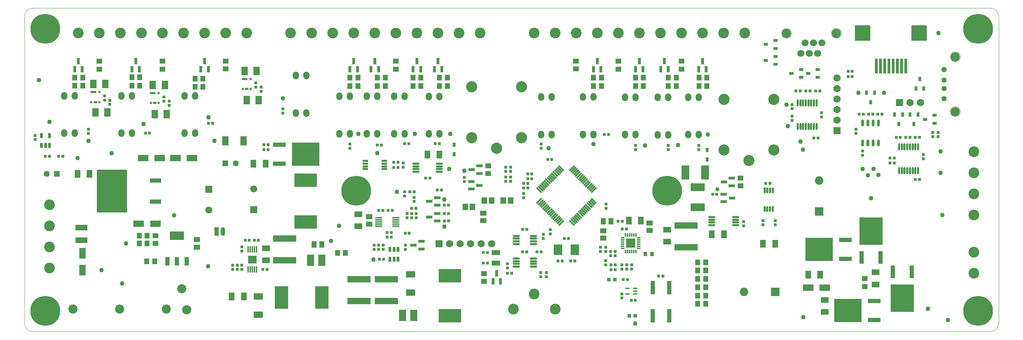
<source format=gts>
G04 Layer_Color=8388736*
%FSAX44Y44*%
%MOMM*%
G71*
G01*
G75*
%ADD12C,1.0000*%
%ADD22R,1.4000X0.6000*%
%ADD79C,0.1000*%
%ADD105R,0.7000X0.7000*%
%ADD106R,0.7000X0.7000*%
%ADD107C,1.1000*%
%ADD108R,1.4500X1.3000*%
%ADD109R,1.9500X1.4000*%
%ADD110R,2.0000X1.8300*%
%ADD111O,0.4000X1.6000*%
%ADD112O,0.4500X1.8000*%
%ADD113O,0.7000X1.7000*%
%ADD114O,1.8000X0.4500*%
%ADD115R,1.0000X0.4500*%
%ADD116R,1.1000X3.3000*%
%ADD117R,1.5000X0.7000*%
%ADD118R,5.6500X6.7000*%
%ADD119R,1.1000X3.1500*%
%ADD120R,6.7000X5.6500*%
%ADD121R,3.1500X1.1000*%
%ADD122R,1.3500X1.5500*%
%ADD123R,1.0000X0.7000*%
%ADD124R,0.7000X1.0000*%
%ADD125R,0.7000X1.1000*%
%ADD126R,0.7000X1.5000*%
%ADD127R,2.6500X1.6500*%
%ADD128R,0.9000X0.9000*%
%ADD129R,1.6500X2.6500*%
%ADD130O,1.5000X1.9000*%
%ADD131O,0.4000X0.9500*%
%ADD132O,0.9500X0.4000*%
%ADD133R,2.3000X2.3000*%
%ADD134O,0.5000X1.4500*%
%ADD135R,0.7000X1.2000*%
%ADD136O,1.8000X0.4000*%
%ADD137O,1.8000X0.5500*%
G04:AMPARAMS|DCode=138|XSize=0.4mm|YSize=1.85mm|CornerRadius=0mm|HoleSize=0mm|Usage=FLASHONLY|Rotation=45.000|XOffset=0mm|YOffset=0mm|HoleType=Round|Shape=Round|*
%AMOVALD138*
21,1,1.4500,0.4000,0.0000,0.0000,135.0*
1,1,0.4000,0.5127,-0.5127*
1,1,0.4000,-0.5127,0.5127*
%
%ADD138OVALD138*%

G04:AMPARAMS|DCode=139|XSize=0.4mm|YSize=1.85mm|CornerRadius=0mm|HoleSize=0mm|Usage=FLASHONLY|Rotation=315.000|XOffset=0mm|YOffset=0mm|HoleType=Round|Shape=Round|*
%AMOVALD139*
21,1,1.4500,0.4000,0.0000,0.0000,45.0*
1,1,0.4000,-0.5127,-0.5127*
1,1,0.4000,0.5127,0.5127*
%
%ADD139OVALD139*%

%ADD140R,0.7500X1.2000*%
%ADD141R,2.7000X1.1000*%
%ADD142R,7.4000X10.3000*%
%ADD143O,1.4500X0.5000*%
%ADD144R,1.3000X1.4500*%
%ADD145R,1.9500X1.4500*%
%ADD146R,1.4500X1.9500*%
%ADD147R,2.8500X1.3500*%
%ADD148R,1.1000X2.1000*%
%ADD149R,3.4000X2.1000*%
%ADD150R,5.5000X3.3000*%
%ADD151R,3.3000X5.5000*%
%ADD152R,5.4000X3.3000*%
%ADD153R,2.2000X1.5000*%
%ADD154R,1.5000X2.2000*%
%ADD155R,1.5000X1.3000*%
%ADD156R,1.3000X1.5000*%
%ADD157R,5.5500X1.6500*%
%ADD158R,0.9000X1.0500*%
%ADD159R,1.4000X1.9500*%
%ADD160R,1.7000X2.8000*%
%ADD161R,2.0000X1.2000*%
%ADD162R,2.0000X2.5000*%
%ADD163R,0.7000X3.6000*%
%ADD164R,1.5000X2.0500*%
%ADD165R,0.5000X0.6000*%
%ADD166R,0.8500X0.6000*%
%ADD167R,1.8800X3.3500*%
%ADD168R,3.3500X1.8800*%
%ADD169C,7.2000*%
%ADD170C,2.7000*%
%ADD171C,2.2000*%
%ADD172C,2.6000*%
%ADD173C,1.7750*%
%ADD174R,1.7750X1.7750*%
%ADD175C,1.3000*%
%ADD176C,1.7000*%
%ADD177R,1.7750X1.7750*%
%ADD178C,2.0500*%
%ADD179R,2.0500X2.0500*%
%ADD180R,2.0500X2.0500*%
%ADD181R,1.7000X1.7000*%
%ADD182R,1.1000X2.1000*%
%ADD183O,1.1000X2.1000*%
%ADD184R,1.4500X1.4500*%
%ADD185C,1.4500*%
%ADD186R,3.7000X3.7000*%
%ADD187C,0.6000*%
D12*
X01671250Y00343250D02*
D03*
D22*
X00530750Y00609250D02*
D03*
X00309250Y00575250D02*
D03*
X00165750Y00577500D02*
D03*
D79*
X-00000000Y00020000D02*
G03*
X00020000Y00000000I00020000J00000000D01*
G01*
X00020000D02*
X02330000D01*
D02*
G03*
X02350000Y00020000I00000000J00020000D01*
G01*
Y00760000D01*
Y00760000D02*
G03*
X02330000Y00780000I-00020000J00000000D01*
G01*
X00020000D01*
X00020000D02*
G03*
X-00000000Y00760000I00000000J-00020000D01*
G01*
Y00760000D02*
Y00020000D01*
X00066000Y00050000D02*
G03*
X00066000Y00050000I-00016000J00000000D01*
G01*
X00080000D02*
G03*
X00080000Y00050000I-00030000J00000000D01*
G01*
X00068000Y00153600D02*
G03*
X00068000Y00153600I-00008000J00000000D01*
G01*
Y00204400D02*
G03*
X00068000Y00204400I-00008000J00000000D01*
G01*
Y00255200D02*
G03*
X00068000Y00255200I-00008000J00000000D01*
G01*
Y00306000D02*
G03*
X00068000Y00306000I-00008000J00000000D01*
G01*
X00493100Y00720000D02*
G03*
X00493100Y00720000I-00008000J00000000D01*
G01*
X00543900D02*
G03*
X00543900Y00720000I-00008000J00000000D01*
G01*
X00442300D02*
G03*
X00442300Y00720000I-00008000J00000000D01*
G01*
X00391500D02*
G03*
X00391500Y00720000I-00008000J00000000D01*
G01*
X00340700D02*
G03*
X00340700Y00720000I-00008000J00000000D01*
G01*
X00289900D02*
G03*
X00289900Y00720000I-00008000J00000000D01*
G01*
X00239100D02*
G03*
X00239100Y00720000I-00008000J00000000D01*
G01*
X00188300D02*
G03*
X00188300Y00720000I-00008000J00000000D01*
G01*
X00137500D02*
G03*
X00137500Y00720000I-00008000J00000000D01*
G01*
X00080000Y00730000D02*
G03*
X00080000Y00730000I-00030000J00000000D01*
G01*
X00066000D02*
G03*
X00066000Y00730000I-00016000J00000000D01*
G01*
X00649800Y00720000D02*
G03*
X00649800Y00720000I-00008000J00000000D01*
G01*
X00700600D02*
G03*
X00700600Y00720000I-00008000J00000000D01*
G01*
X00751400D02*
G03*
X00751400Y00720000I-00008000J00000000D01*
G01*
X00802200D02*
G03*
X00802200Y00720000I-00008000J00000000D01*
G01*
X00853000D02*
G03*
X00853000Y00720000I-00008000J00000000D01*
G01*
X00903800D02*
G03*
X00903800Y00720000I-00008000J00000000D01*
G01*
X00954600D02*
G03*
X00954600Y00720000I-00008000J00000000D01*
G01*
X01005400D02*
G03*
X01005400Y00720000I-00008000J00000000D01*
G01*
X01056200D02*
G03*
X01056200Y00720000I-00008000J00000000D01*
G01*
X01107000D02*
G03*
X01107000Y00720000I-00008000J00000000D01*
G01*
X01237000D02*
G03*
X01237000Y00720000I-00008000J00000000D01*
G01*
X01287800D02*
G03*
X01287800Y00720000I-00008000J00000000D01*
G01*
X01338600D02*
G03*
X01338600Y00720000I-00008000J00000000D01*
G01*
X01389400D02*
G03*
X01389400Y00720000I-00008000J00000000D01*
G01*
X01440200D02*
G03*
X01440200Y00720000I-00008000J00000000D01*
G01*
X01491000D02*
G03*
X01491000Y00720000I-00008000J00000000D01*
G01*
X01541800D02*
G03*
X01541800Y00720000I-00008000J00000000D01*
G01*
X01592600D02*
G03*
X01592600Y00720000I-00008000J00000000D01*
G01*
X01643400D02*
G03*
X01643400Y00720000I-00008000J00000000D01*
G01*
X01694200D02*
G03*
X01694200Y00720000I-00008000J00000000D01*
G01*
X01745000D02*
G03*
X01745000Y00720000I-00008000J00000000D01*
G01*
X01877500Y00670800D02*
G03*
X01877500Y00670800I-00004500J00000000D01*
G01*
X01897900D02*
G03*
X01897900Y00670800I-00004500J00000000D01*
G01*
X01918300D02*
G03*
X01918300Y00670800I-00004500J00000000D01*
G01*
X01970500Y00719200D02*
G03*
X01970500Y00719200I-00012000J00000000D01*
G01*
X02028600Y00720000D02*
G03*
X02028600Y00720000I-00006400J00000000D01*
G01*
X01928500Y00696200D02*
G03*
X01928500Y00696200I-00004500J00000000D01*
G01*
X01908100D02*
G03*
X01908100Y00696200I-00004500J00000000D01*
G01*
X01887700D02*
G03*
X01887700Y00696200I-00004500J00000000D01*
G01*
X01850500Y00719200D02*
G03*
X01850500Y00719200I-00012000J00000000D01*
G01*
X02164200Y00720000D02*
G03*
X02164200Y00720000I-00006400J00000000D01*
G01*
X02257750Y00662500D02*
G03*
X02257750Y00662500I-00012000J00000000D01*
G01*
Y00530500D02*
G03*
X02257750Y00530500I-00012000J00000000D01*
G01*
X02298000Y00434150D02*
G03*
X02298000Y00434150I-00008000J00000000D01*
G01*
Y00383350D02*
G03*
X02298000Y00383350I-00008000J00000000D01*
G01*
Y00332550D02*
G03*
X02298000Y00332550I-00008000J00000000D01*
G01*
Y00281750D02*
G03*
X02298000Y00281750I-00008000J00000000D01*
G01*
X02298000Y00191550D02*
G03*
X02298000Y00191550I-00008000J00000000D01*
G01*
Y00140750D02*
G03*
X02298000Y00140750I-00008000J00000000D01*
G01*
X02316000Y00050000D02*
G03*
X02316000Y00050000I-00016000J00000000D01*
G01*
X02330000D02*
G03*
X02330000Y00050000I-00030000J00000000D01*
G01*
Y00730000D02*
G03*
X02330000Y00730000I-00030000J00000000D01*
G01*
X02316000D02*
G03*
X02316000Y00730000I-00016000J00000000D01*
G01*
X01580000Y00340000D02*
G03*
X01580000Y00340000I-00030000J00000000D01*
G01*
X01566000D02*
G03*
X01566000Y00340000I-00016000J00000000D01*
G01*
X00830000D02*
G03*
X00830000Y00340000I-00030000J00000000D01*
G01*
X00816000D02*
G03*
X00816000Y00340000I-00016000J00000000D01*
G01*
D105*
X00524000Y00194000D02*
D03*
Y00204000D02*
D03*
X00554250Y00220000D02*
D03*
X00564250D02*
D03*
X00542250D02*
D03*
X00532250D02*
D03*
X00577750Y00438500D02*
D03*
X00587750D02*
D03*
Y00450500D02*
D03*
X00577750D02*
D03*
X00453500Y00502750D02*
D03*
X00443500D02*
D03*
X00301750Y00478250D02*
D03*
X00291750D02*
D03*
X00092500Y00422500D02*
D03*
X00082500D02*
D03*
X00060000Y00422500D02*
D03*
X00050000D02*
D03*
X00025250Y00473000D02*
D03*
Y00463000D02*
D03*
X00851000Y00449750D02*
D03*
X00890500Y00408000D02*
D03*
X00900500D02*
D03*
Y00395500D02*
D03*
X00890500D02*
D03*
X00930000Y00337000D02*
D03*
X00940000D02*
D03*
X00944000Y00297750D02*
D03*
X00934000D02*
D03*
X00933500Y00285000D02*
D03*
Y00275000D02*
D03*
X00944500D02*
D03*
Y00285000D02*
D03*
X00928250Y00237750D02*
D03*
X00918250D02*
D03*
X00918750Y00208500D02*
D03*
Y00198500D02*
D03*
X00885000Y00227750D02*
D03*
X00875000D02*
D03*
X00865750Y00174500D02*
D03*
X00855750D02*
D03*
X00854250Y00292000D02*
D03*
X00864250D02*
D03*
X00877000D02*
D03*
X00887000D02*
D03*
X00996000Y00341250D02*
D03*
X01006000D02*
D03*
X01012750Y00305000D02*
D03*
X01022750D02*
D03*
Y00285000D02*
D03*
X01012750D02*
D03*
Y00267000D02*
D03*
X01022750D02*
D03*
X00977500Y00370000D02*
D03*
X00967500D02*
D03*
X00991000Y00453000D02*
D03*
X01001000D02*
D03*
X00926750D02*
D03*
X00916750D02*
D03*
X00913500Y00406750D02*
D03*
Y00396750D02*
D03*
X00861000Y00449750D02*
D03*
X01203750Y00333250D02*
D03*
Y00323250D02*
D03*
X01268000Y00245750D02*
D03*
Y00235750D02*
D03*
X01302250Y00224250D02*
D03*
X01312250D02*
D03*
X01246000Y00192250D02*
D03*
X01236000D02*
D03*
X01414750Y00149000D02*
D03*
X01441000Y00091250D02*
D03*
Y00081250D02*
D03*
X01463500Y00075500D02*
D03*
X01473500D02*
D03*
X01454750Y00125750D02*
D03*
X01444750D02*
D03*
X01424750Y00149000D02*
D03*
X01441750Y00247250D02*
D03*
X01451750D02*
D03*
X01441750Y00266000D02*
D03*
X01431750D02*
D03*
X01402750Y00297500D02*
D03*
Y00307500D02*
D03*
X01399000Y00475500D02*
D03*
X01409000D02*
D03*
X01660000Y00331250D02*
D03*
X01670000D02*
D03*
X01734500Y00255000D02*
D03*
Y00265000D02*
D03*
X01788250Y00357500D02*
D03*
X01798250D02*
D03*
X01923000Y00518000D02*
D03*
Y00528000D02*
D03*
X02006000Y00487750D02*
D03*
Y00477750D02*
D03*
X02036000Y00524500D02*
D03*
X02046000D02*
D03*
X02058500D02*
D03*
X02068500D02*
D03*
X01996750Y00615250D02*
D03*
X01986750D02*
D03*
X02013250Y00524500D02*
D03*
X02023250D02*
D03*
X02087750Y00418750D02*
D03*
X02097750D02*
D03*
Y00406750D02*
D03*
X02087750D02*
D03*
X02168000Y00417000D02*
D03*
Y00427000D02*
D03*
X01996750Y00627500D02*
D03*
X01986750D02*
D03*
D106*
X00502250Y00150250D02*
D03*
X00513250D02*
D03*
X00524250D02*
D03*
X00574750Y00150250D02*
D03*
X00584750D02*
D03*
X00524250Y00160250D02*
D03*
X00513250D02*
D03*
X00502250D02*
D03*
X00785250Y00442500D02*
D03*
Y00452500D02*
D03*
X00922500Y00285000D02*
D03*
Y00275000D02*
D03*
X00940000Y00314000D02*
D03*
Y00324000D02*
D03*
X00917250Y00327000D02*
D03*
Y00337000D02*
D03*
X00885000Y00238750D02*
D03*
X00875000D02*
D03*
X00865250Y00208500D02*
D03*
Y00198500D02*
D03*
X00854250D02*
D03*
Y00208500D02*
D03*
X00843250D02*
D03*
Y00198500D02*
D03*
X01107000Y00190750D02*
D03*
Y00165750D02*
D03*
X01117000D02*
D03*
Y00190750D02*
D03*
X01165250Y00153500D02*
D03*
Y00141250D02*
D03*
X01175250D02*
D03*
X01245250Y00142500D02*
D03*
Y00132500D02*
D03*
X01258750Y00132500D02*
D03*
Y00142500D02*
D03*
X01286750Y00170500D02*
D03*
X01296750D02*
D03*
X01317750D02*
D03*
X01327750D02*
D03*
X01401750Y00171250D02*
D03*
Y00161250D02*
D03*
X01414750D02*
D03*
X01414250Y00183250D02*
D03*
Y00193250D02*
D03*
X01401750Y00193250D02*
D03*
Y00203250D02*
D03*
X01389250D02*
D03*
Y00193250D02*
D03*
X01440750Y00151250D02*
D03*
X01452750D02*
D03*
X01464750D02*
D03*
Y00161250D02*
D03*
X01452750D02*
D03*
X01440750D02*
D03*
X01424750D02*
D03*
X01425250Y00183250D02*
D03*
Y00193250D02*
D03*
X01530250Y00134000D02*
D03*
X01540250D02*
D03*
X01781250Y00258000D02*
D03*
X01811000D02*
D03*
Y00268000D02*
D03*
X01781250D02*
D03*
X01626750Y00439000D02*
D03*
Y00449000D02*
D03*
X01552500D02*
D03*
Y00439000D02*
D03*
X01474000D02*
D03*
Y00449000D02*
D03*
X01272000Y00415500D02*
D03*
X01246500Y00442250D02*
D03*
Y00452250D02*
D03*
X01262000Y00415500D02*
D03*
X01223750Y00380250D02*
D03*
X01213750D02*
D03*
Y00369000D02*
D03*
X01223750D02*
D03*
X01213750Y00357750D02*
D03*
Y00346250D02*
D03*
X01172750Y00372750D02*
D03*
X01173000Y00386250D02*
D03*
Y00396250D02*
D03*
X01172750Y00362750D02*
D03*
X01203750Y00357750D02*
D03*
Y00346250D02*
D03*
X01160750Y00372750D02*
D03*
X01160750Y00386250D02*
D03*
Y00396250D02*
D03*
X01160750Y00362750D02*
D03*
X01061000Y00371750D02*
D03*
Y00361750D02*
D03*
X01201750Y00246250D02*
D03*
X01211750D02*
D03*
X01211750Y00192250D02*
D03*
X01201750D02*
D03*
X01165250Y00163500D02*
D03*
X01251000Y00224500D02*
D03*
Y00234500D02*
D03*
X01852000Y00509500D02*
D03*
X01904250Y00467000D02*
D03*
X01914250D02*
D03*
X01852000Y00519500D02*
D03*
Y00537500D02*
D03*
Y00547500D02*
D03*
X01884750Y00580000D02*
D03*
X01894750D02*
D03*
X01908250D02*
D03*
X01918250D02*
D03*
X01871250D02*
D03*
X01861250D02*
D03*
X02021750Y00435500D02*
D03*
Y00425500D02*
D03*
X02102750Y00468500D02*
D03*
X02112750D02*
D03*
X02126000D02*
D03*
X02136000D02*
D03*
X02148750D02*
D03*
X02158750D02*
D03*
X02191500Y00470250D02*
D03*
Y00480250D02*
D03*
X02204000D02*
D03*
Y00470250D02*
D03*
X02159000Y00367000D02*
D03*
X02149000D02*
D03*
X00623500Y00527250D02*
D03*
Y00537250D02*
D03*
X00570500Y00579500D02*
D03*
Y00589500D02*
D03*
X00558000D02*
D03*
Y00599500D02*
D03*
X00349000Y00555500D02*
D03*
Y00545500D02*
D03*
X00336500Y00555500D02*
D03*
Y00565500D02*
D03*
X00205500Y00557750D02*
D03*
Y00547750D02*
D03*
X00193000Y00558250D02*
D03*
Y00568250D02*
D03*
X00154000Y00488000D02*
D03*
Y00478000D02*
D03*
D107*
X00235500Y00116000D02*
D03*
X00185750Y00148500D02*
D03*
X00244500Y00212750D02*
D03*
X00360250Y00280250D02*
D03*
X00443000Y00158000D02*
D03*
X00739500Y00218500D02*
D03*
X00759000Y00254750D02*
D03*
X00841250Y00174250D02*
D03*
X00898000Y00337000D02*
D03*
X00851000Y00430000D02*
D03*
X00805250Y00477250D02*
D03*
X00941750D02*
D03*
X01024750Y00392250D02*
D03*
X01012750Y00319000D02*
D03*
X01061000Y00388250D02*
D03*
X01027250Y00477000D02*
D03*
X01263750Y00442250D02*
D03*
X01372500Y00452250D02*
D03*
X01496750Y00449000D02*
D03*
X01576250Y00449500D02*
D03*
X01648750Y00475000D02*
D03*
X01871750Y00458750D02*
D03*
X01878250Y00438750D02*
D03*
X01841250Y00495250D02*
D03*
X01838500Y00547500D02*
D03*
X02021750Y00392000D02*
D03*
X02042250Y00321750D02*
D03*
X02034500Y00377000D02*
D03*
X02060000Y00378000D02*
D03*
X02047750Y00392000D02*
D03*
X02213750Y00281750D02*
D03*
X02209500Y00383250D02*
D03*
X02209750Y00434250D02*
D03*
X02073250Y00576250D02*
D03*
X02011750D02*
D03*
X02205000Y00720250D02*
D03*
X01879000Y00034750D02*
D03*
X02179250Y00055000D02*
D03*
X02227500Y00028000D02*
D03*
X01473500Y00020000D02*
D03*
X01012750Y00253250D02*
D03*
X00623500Y00562500D02*
D03*
X00458250Y00460000D02*
D03*
X00443500Y00516750D02*
D03*
X00287250Y00500250D02*
D03*
X00210250Y00430500D02*
D03*
X00154000Y00460000D02*
D03*
X00128000Y00418750D02*
D03*
X00060000Y00505500D02*
D03*
X00034750Y00606500D02*
D03*
D108*
X00315500Y00212750D02*
D03*
Y00231750D02*
D03*
X00485250Y00633250D02*
D03*
Y00652250D02*
D03*
X00332700Y00652000D02*
D03*
Y00633000D02*
D03*
X00180300Y00633000D02*
D03*
Y00652000D02*
D03*
X00895750Y00652000D02*
D03*
Y00633000D02*
D03*
X01118500Y00400250D02*
D03*
Y00381250D02*
D03*
X01108000Y00140250D02*
D03*
Y00121250D02*
D03*
X01584750Y00633000D02*
D03*
Y00652000D02*
D03*
X01432250Y00652000D02*
D03*
Y00633000D02*
D03*
X01330500Y00633250D02*
D03*
Y00652250D02*
D03*
X01727500Y00351250D02*
D03*
Y00370250D02*
D03*
X02027000Y00127750D02*
D03*
Y00108750D02*
D03*
D109*
X00582250Y00171750D02*
D03*
Y00200750D02*
D03*
X00805250Y00254250D02*
D03*
Y00283250D02*
D03*
X01550000Y00245750D02*
D03*
Y00216750D02*
D03*
X01930750Y00047500D02*
D03*
Y00076500D02*
D03*
D110*
X00549250Y00174250D02*
D03*
D111*
X00539250Y00150250D02*
D03*
X00544250D02*
D03*
X00549250D02*
D03*
X00554250D02*
D03*
X00559250D02*
D03*
Y00198250D02*
D03*
X00554250D02*
D03*
X00549250D02*
D03*
X00544250D02*
D03*
X00539250D02*
D03*
D112*
X01865250Y00494500D02*
D03*
X01871750D02*
D03*
X01878250D02*
D03*
X01884750D02*
D03*
X01891250D02*
D03*
X01897750D02*
D03*
X01904250D02*
D03*
X01910750D02*
D03*
Y00551500D02*
D03*
X01904250D02*
D03*
X01897750D02*
D03*
X01891250D02*
D03*
X01884750D02*
D03*
X01878250D02*
D03*
X01871750D02*
D03*
X01865250D02*
D03*
X02110000Y00388250D02*
D03*
X02116500D02*
D03*
X02123000D02*
D03*
X02129500D02*
D03*
X02136000D02*
D03*
X02142500D02*
D03*
X02149000D02*
D03*
X02155500D02*
D03*
Y00445250D02*
D03*
X02149000D02*
D03*
X02142500D02*
D03*
X02136000D02*
D03*
X02129500D02*
D03*
X02123000D02*
D03*
X02116500D02*
D03*
X02110000D02*
D03*
D113*
X02021830Y00455040D02*
D03*
X02034530D02*
D03*
X02047230D02*
D03*
X02059930D02*
D03*
Y00503040D02*
D03*
X02047230D02*
D03*
X02034530D02*
D03*
X02021830D02*
D03*
D114*
X00944000Y00385500D02*
D03*
Y00392000D02*
D03*
Y00398500D02*
D03*
Y00405000D02*
D03*
X01001000D02*
D03*
Y00398500D02*
D03*
Y00392000D02*
D03*
Y00385500D02*
D03*
X01658000Y00256750D02*
D03*
X01715000D02*
D03*
Y00263250D02*
D03*
Y00269750D02*
D03*
Y00276250D02*
D03*
X01658000D02*
D03*
Y00269750D02*
D03*
Y00263250D02*
D03*
D115*
X01454500Y00091250D02*
D03*
Y00104250D02*
D03*
X01473500D02*
D03*
Y00097750D02*
D03*
Y00091250D02*
D03*
D116*
X01515250Y00038000D02*
D03*
X01555250D02*
D03*
Y00106000D02*
D03*
X01515250D02*
D03*
D117*
X00937750Y00208500D02*
D03*
X00957750Y00199500D02*
D03*
Y00217500D02*
D03*
X00976000Y00276000D02*
D03*
X00996000Y00285000D02*
D03*
Y00267000D02*
D03*
Y00305000D02*
D03*
Y00323000D02*
D03*
X00976000Y00314000D02*
D03*
X01077500Y00343750D02*
D03*
Y00361750D02*
D03*
X01097500Y00352750D02*
D03*
X01097500Y00381250D02*
D03*
Y00400250D02*
D03*
X01078500Y00390750D02*
D03*
X01686750Y00313250D02*
D03*
Y00331250D02*
D03*
X01706750Y00322250D02*
D03*
X01706250Y00351250D02*
D03*
X01687250Y00360750D02*
D03*
X01706250Y00370250D02*
D03*
D118*
X02042200Y00242750D02*
D03*
X02117500Y00081000D02*
D03*
D119*
X02019400Y00179250D02*
D03*
X02065000D02*
D03*
X02094700Y00144500D02*
D03*
X02140300D02*
D03*
D120*
X00677750Y00427750D02*
D03*
X01916750Y00198700D02*
D03*
X01986500Y00050950D02*
D03*
D121*
X00614250Y00404950D02*
D03*
Y00450550D02*
D03*
X01980250Y00175900D02*
D03*
Y00221500D02*
D03*
X02050000Y00073750D02*
D03*
Y00028150D02*
D03*
D122*
X01063000Y00300500D02*
D03*
X01080500D02*
D03*
X01126500Y00316000D02*
D03*
X01155000D02*
D03*
X01172500D02*
D03*
X01109000D02*
D03*
D123*
X01788500Y00653750D02*
D03*
X01811500Y00663250D02*
D03*
Y00644250D02*
D03*
X01873250Y00613000D02*
D03*
X01913750D02*
D03*
Y00632000D02*
D03*
X01890750Y00622500D02*
D03*
X01873250Y00632000D02*
D03*
X01850250Y00622500D02*
D03*
X01811500Y00683000D02*
D03*
Y00702000D02*
D03*
X01788500Y00692500D02*
D03*
X02172250Y00512000D02*
D03*
X02195250Y00502500D02*
D03*
Y00521500D02*
D03*
D124*
X02031500Y00576250D02*
D03*
X02041000Y00553250D02*
D03*
X02108750Y00500500D02*
D03*
X02145750D02*
D03*
X02136250Y00523500D02*
D03*
X02155250D02*
D03*
X02150250Y00586250D02*
D03*
X02169250D02*
D03*
X02159750Y00609250D02*
D03*
X02118250Y00523500D02*
D03*
X02099250D02*
D03*
X02050500Y00576250D02*
D03*
D125*
X01036500Y00428000D02*
D03*
Y00451000D02*
D03*
X01647000Y00414750D02*
D03*
Y00437750D02*
D03*
D126*
X00425300Y00632500D02*
D03*
X00443300D02*
D03*
X00434300Y00652500D02*
D03*
X00268000Y00652500D02*
D03*
X00277000Y00632500D02*
D03*
X00259000D02*
D03*
X00138750Y00632500D02*
D03*
X00120750D02*
D03*
X00129750Y00652500D02*
D03*
X00794250D02*
D03*
X00785250Y00632500D02*
D03*
X00803250D02*
D03*
X00836000Y00632500D02*
D03*
X00854000D02*
D03*
X00845000Y00652500D02*
D03*
X00946500Y00652500D02*
D03*
X00955500Y00632500D02*
D03*
X00937500D02*
D03*
X00988500Y00632500D02*
D03*
X01006500D02*
D03*
X00997500Y00652500D02*
D03*
X01381500D02*
D03*
X01390500Y00632500D02*
D03*
X01372500D02*
D03*
X01474000Y00632500D02*
D03*
X01492000D02*
D03*
X01483000Y00652500D02*
D03*
X01543750D02*
D03*
X01552750Y00632500D02*
D03*
X01534750D02*
D03*
X01626500Y00632500D02*
D03*
X01644500D02*
D03*
X01635500Y00652500D02*
D03*
X01139000Y00141250D02*
D03*
X01148000Y00121250D02*
D03*
X01130000D02*
D03*
D127*
X00315500Y00260500D02*
D03*
X00275500D02*
D03*
X00403750Y00418250D02*
D03*
X00363750D02*
D03*
X00325750Y00418250D02*
D03*
X00285750D02*
D03*
X01890750Y00106000D02*
D03*
X01930750D02*
D03*
D128*
X01409500Y00125750D02*
D03*
X01424500D02*
D03*
X01458500Y00038000D02*
D03*
X01473500D02*
D03*
D129*
X00140000Y00148750D02*
D03*
Y00188750D02*
D03*
D130*
X00411200Y00478250D02*
D03*
Y00568250D02*
D03*
X00385800D02*
D03*
Y00478250D02*
D03*
X00258950Y00568250D02*
D03*
Y00478250D02*
D03*
X00233550Y00568250D02*
D03*
Y00478250D02*
D03*
X00121200Y00568250D02*
D03*
X00095800D02*
D03*
Y00478250D02*
D03*
X00121200D02*
D03*
X00654300Y00527250D02*
D03*
X00679700D02*
D03*
Y00617250D02*
D03*
X00654300D02*
D03*
X00759800Y00477250D02*
D03*
X00785200D02*
D03*
X00825550D02*
D03*
X00850950D02*
D03*
X00891300D02*
D03*
X00916700D02*
D03*
X00975550Y00477000D02*
D03*
X01000950D02*
D03*
Y00567000D02*
D03*
X00975550D02*
D03*
X00916700Y00567250D02*
D03*
X00891300D02*
D03*
X00850950D02*
D03*
X00825550D02*
D03*
X00785200D02*
D03*
X00759800D02*
D03*
X01246600Y00475500D02*
D03*
X01272000D02*
D03*
X01347300D02*
D03*
X01372700D02*
D03*
X01448550Y00475000D02*
D03*
X01473950D02*
D03*
X01527600Y00474750D02*
D03*
X01553000D02*
D03*
X01601300Y00475000D02*
D03*
X01626700D02*
D03*
Y00565000D02*
D03*
X01601300D02*
D03*
X01553000Y00564750D02*
D03*
X01527600D02*
D03*
X01473950Y00565000D02*
D03*
X01448550D02*
D03*
X01372700Y00565500D02*
D03*
X01347300D02*
D03*
X01272000D02*
D03*
X01246600D02*
D03*
D131*
X01449750Y00193750D02*
D03*
X01454750D02*
D03*
X01459750D02*
D03*
X01464750D02*
D03*
X01469750D02*
D03*
X01474750D02*
D03*
Y00233250D02*
D03*
X01469750D02*
D03*
X01464750D02*
D03*
X01459750D02*
D03*
X01454750D02*
D03*
X01449750D02*
D03*
D132*
X01442500Y00201000D02*
D03*
Y00206000D02*
D03*
X01482000D02*
D03*
Y00201000D02*
D03*
Y00211000D02*
D03*
Y00216000D02*
D03*
Y00221000D02*
D03*
Y00226000D02*
D03*
X01442500D02*
D03*
Y00221000D02*
D03*
Y00216000D02*
D03*
Y00211000D02*
D03*
D133*
X01462250Y00213500D02*
D03*
D134*
X01785250Y00295500D02*
D03*
X01791750D02*
D03*
X01798250D02*
D03*
X01804750D02*
D03*
Y00341000D02*
D03*
X01798250D02*
D03*
X01791750D02*
D03*
X01785250D02*
D03*
D135*
X00881750Y00174500D02*
D03*
X00891250D02*
D03*
X00900750D02*
D03*
Y00198500D02*
D03*
X00891250D02*
D03*
X00881750D02*
D03*
D136*
X00854500Y00254250D02*
D03*
Y00259250D02*
D03*
X00895500D02*
D03*
Y00254250D02*
D03*
Y00264250D02*
D03*
Y00269250D02*
D03*
Y00274250D02*
D03*
X00854500D02*
D03*
Y00269250D02*
D03*
Y00264250D02*
D03*
D137*
X01185750Y00157000D02*
D03*
X01227750D02*
D03*
Y00163500D02*
D03*
Y00170000D02*
D03*
Y00176500D02*
D03*
X01227750Y00211500D02*
D03*
Y00218000D02*
D03*
Y00224500D02*
D03*
Y00231000D02*
D03*
X01185750D02*
D03*
Y00224500D02*
D03*
Y00218000D02*
D03*
Y00211500D02*
D03*
X01185750Y00176500D02*
D03*
Y00170000D02*
D03*
Y00163500D02*
D03*
D138*
X01241562Y00341155D02*
D03*
X01245098Y00344690D02*
D03*
X01248633Y00348226D02*
D03*
X01252169Y00351761D02*
D03*
X01255704Y00355297D02*
D03*
X01259240Y00358832D02*
D03*
X01262775Y00362368D02*
D03*
X01266311Y00365903D02*
D03*
X01269847Y00369439D02*
D03*
X01273382Y00372975D02*
D03*
X01276918Y00376510D02*
D03*
X01280453Y00380046D02*
D03*
X01283989Y00383581D02*
D03*
X01287524Y00387117D02*
D03*
X01291060Y00390652D02*
D03*
X01294595Y00394188D02*
D03*
X01320405Y00262312D02*
D03*
X01323940Y00265848D02*
D03*
X01327476Y00269383D02*
D03*
X01331011Y00272919D02*
D03*
X01334547Y00276454D02*
D03*
X01338082Y00279990D02*
D03*
X01341618Y00283526D02*
D03*
X01345153Y00287061D02*
D03*
X01348689Y00290597D02*
D03*
X01352224Y00294132D02*
D03*
X01355760Y00297668D02*
D03*
X01359296Y00301203D02*
D03*
X01362831Y00304739D02*
D03*
X01366367Y00308274D02*
D03*
X01369902Y00311810D02*
D03*
X01373438Y00315345D02*
D03*
D139*
X01245098Y00311810D02*
D03*
X01248633Y00308274D02*
D03*
X01252169Y00304739D02*
D03*
X01255704Y00301203D02*
D03*
X01259240Y00297668D02*
D03*
X01262775Y00294132D02*
D03*
X01266311Y00290597D02*
D03*
X01269847Y00287061D02*
D03*
X01273382Y00283526D02*
D03*
X01276918Y00279990D02*
D03*
X01280453Y00276454D02*
D03*
X01283989Y00272919D02*
D03*
X01287524Y00269383D02*
D03*
X01291060Y00265848D02*
D03*
X01294595Y00262312D02*
D03*
X01362831Y00351761D02*
D03*
X01359296Y00355297D02*
D03*
X01355760Y00358832D02*
D03*
X01352224Y00362368D02*
D03*
X01366367Y00348226D02*
D03*
X01369902Y00344690D02*
D03*
X01373438Y00341155D02*
D03*
X01348689Y00365903D02*
D03*
X01345153Y00369439D02*
D03*
X01341618Y00372975D02*
D03*
X01338082Y00376510D02*
D03*
X01334547Y00380046D02*
D03*
X01331011Y00383581D02*
D03*
X01327476Y00387117D02*
D03*
X01323940Y00390652D02*
D03*
X01320405Y00394188D02*
D03*
X01241562Y00315345D02*
D03*
D140*
X00041000Y00449000D02*
D03*
X00050500D02*
D03*
X00060000D02*
D03*
Y00473000D02*
D03*
X00041000D02*
D03*
D141*
X00315750Y00313200D02*
D03*
X00315750Y00364000D02*
D03*
D142*
X00210750Y00338600D02*
D03*
D143*
X00822500Y00392000D02*
D03*
Y00398500D02*
D03*
Y00405000D02*
D03*
Y00411500D02*
D03*
X00868000D02*
D03*
Y00405000D02*
D03*
Y00398500D02*
D03*
Y00392000D02*
D03*
D144*
X00294750Y00170000D02*
D03*
X00313750D02*
D03*
X00295750Y00212750D02*
D03*
X00295750Y00231750D02*
D03*
X00276750D02*
D03*
X00276750Y00212750D02*
D03*
X00411250Y00590500D02*
D03*
X00430250D02*
D03*
Y00610250D02*
D03*
X00411250D02*
D03*
X00278000Y00613000D02*
D03*
X00259000D02*
D03*
Y00593000D02*
D03*
X00278000D02*
D03*
X00140250Y00592750D02*
D03*
Y00612500D02*
D03*
X00121250D02*
D03*
Y00592750D02*
D03*
X00755250Y00190000D02*
D03*
X00774250D02*
D03*
X01020000Y00592500D02*
D03*
Y00612750D02*
D03*
X01001000D02*
D03*
Y00592500D02*
D03*
X00956250D02*
D03*
X00937250D02*
D03*
Y00612750D02*
D03*
X00956250D02*
D03*
X00870000D02*
D03*
Y00592500D02*
D03*
X00851000D02*
D03*
Y00612750D02*
D03*
X00804250D02*
D03*
Y00592500D02*
D03*
X00785250D02*
D03*
Y00612750D02*
D03*
X01372750D02*
D03*
X01391750D02*
D03*
Y00592500D02*
D03*
X01372750D02*
D03*
X01474000D02*
D03*
X01493000D02*
D03*
Y00612750D02*
D03*
X01474000D02*
D03*
X01553000D02*
D03*
X01553000Y00592500D02*
D03*
X01572000D02*
D03*
X01572000Y00612750D02*
D03*
X01627000D02*
D03*
X01646000D02*
D03*
Y00592500D02*
D03*
X01627000D02*
D03*
X01624000Y00167250D02*
D03*
X01643000D02*
D03*
X01643000Y00147250D02*
D03*
X01624000D02*
D03*
Y00127000D02*
D03*
X01643000D02*
D03*
X01643000Y00107000D02*
D03*
X01624000D02*
D03*
Y00087000D02*
D03*
X01643000D02*
D03*
Y00067000D02*
D03*
X01624000D02*
D03*
D145*
X02052750Y00113750D02*
D03*
Y00143250D02*
D03*
D146*
X00157000Y00380750D02*
D03*
X00127500D02*
D03*
X00499250Y00085000D02*
D03*
X00528750D02*
D03*
X00551750Y00404750D02*
D03*
X00581250D02*
D03*
X01781250Y00212000D02*
D03*
X01810750D02*
D03*
D147*
X00137500Y00220250D02*
D03*
Y00250750D02*
D03*
D148*
X00344750Y00169750D02*
D03*
X00367750D02*
D03*
X00390750D02*
D03*
D149*
X00367750Y00231750D02*
D03*
D150*
X01026250Y00038000D02*
D03*
Y00135000D02*
D03*
D151*
X00619750Y00082250D02*
D03*
X00716750D02*
D03*
D152*
X00677750Y00264250D02*
D03*
Y00365250D02*
D03*
D153*
X00564000Y00041000D02*
D03*
Y00085000D02*
D03*
X00931000Y00094000D02*
D03*
Y00138000D02*
D03*
D154*
X00528000Y00460000D02*
D03*
X00484000D02*
D03*
D155*
X00415500Y00203750D02*
D03*
Y00221750D02*
D03*
X00831000Y00259250D02*
D03*
Y00277250D02*
D03*
X01106500Y00285500D02*
D03*
Y00267500D02*
D03*
X01396500Y00243500D02*
D03*
Y00225500D02*
D03*
X01508000Y00243750D02*
D03*
Y00261750D02*
D03*
D156*
X00698750Y00210000D02*
D03*
X00716750D02*
D03*
X01396500Y00266000D02*
D03*
X01414500D02*
D03*
D157*
X00627750Y00172000D02*
D03*
Y00224500D02*
D03*
X00807250Y00074000D02*
D03*
X00872500Y00074000D02*
D03*
Y00126500D02*
D03*
X00807250Y00126500D02*
D03*
X01595750Y00203750D02*
D03*
Y00256250D02*
D03*
D158*
X01497500Y00187500D02*
D03*
X01513500D02*
D03*
D159*
X00972000Y00427250D02*
D03*
X01001000D02*
D03*
X01457750Y00267750D02*
D03*
X01486750D02*
D03*
X01658000Y00234750D02*
D03*
X01687000D02*
D03*
X01890750Y00137750D02*
D03*
X01919750D02*
D03*
D160*
X00689750Y00172250D02*
D03*
X00716750D02*
D03*
X00912000Y00039250D02*
D03*
X00939000D02*
D03*
D161*
X01136750Y00165750D02*
D03*
Y00190750D02*
D03*
D162*
X01286750Y00197500D02*
D03*
X01327750D02*
D03*
D163*
X02054440Y00640000D02*
D03*
X02064600D02*
D03*
X02074760D02*
D03*
X02084920D02*
D03*
X02095080D02*
D03*
X02105240D02*
D03*
X02115400D02*
D03*
X02125560D02*
D03*
D164*
X00564750Y00558250D02*
D03*
X00535750D02*
D03*
X00559750Y00628750D02*
D03*
X00530750D02*
D03*
X00343250Y00524250D02*
D03*
X00338250Y00594750D02*
D03*
X00309250D02*
D03*
X00314250Y00524250D02*
D03*
X00194750Y00597000D02*
D03*
X00199750Y00529000D02*
D03*
X00165750Y00597000D02*
D03*
X00170750Y00529000D02*
D03*
D165*
X00304750Y00551250D02*
D03*
X00323750D02*
D03*
Y00575250D02*
D03*
X00180250Y00577500D02*
D03*
Y00553500D02*
D03*
X00161250D02*
D03*
X00526250Y00585250D02*
D03*
X00545250D02*
D03*
Y00609250D02*
D03*
D166*
X00314250Y00551250D02*
D03*
X00170750Y00553500D02*
D03*
X00535750Y00585250D02*
D03*
D167*
X01593850Y00384250D02*
D03*
X01641650D02*
D03*
D168*
X01624250Y00300350D02*
D03*
Y00348150D02*
D03*
D169*
X00050000Y00050000D02*
D03*
X00800000Y00340000D02*
D03*
X00050000Y00730000D02*
D03*
X01550000Y00340000D02*
D03*
X02300000Y00050000D02*
D03*
Y00730000D02*
D03*
D170*
X01078500Y00468000D02*
D03*
X01138500Y00442500D02*
D03*
X01198500Y00468000D02*
D03*
Y00590000D02*
D03*
X01078500D02*
D03*
X01687250Y00438000D02*
D03*
X01747250Y00412500D02*
D03*
X01807250Y00438000D02*
D03*
Y00560000D02*
D03*
X01687250D02*
D03*
D171*
X00117200Y00054200D02*
D03*
X00229699Y00054200D02*
D03*
X00342200Y00054200D02*
D03*
X00391000Y00052500D02*
D03*
X00379000Y00103500D02*
D03*
X01838500Y00719200D02*
D03*
X01958500D02*
D03*
X02245750Y00530500D02*
D03*
Y00662500D02*
D03*
D172*
X00060000Y00153600D02*
D03*
Y00204400D02*
D03*
Y00255200D02*
D03*
Y00306000D02*
D03*
X00485100Y00720000D02*
D03*
X00535900D02*
D03*
X00641800D02*
D03*
X00692600D02*
D03*
X00743400D02*
D03*
X00794200D02*
D03*
X00845000D02*
D03*
X00895800D02*
D03*
X00946600D02*
D03*
X00997400D02*
D03*
X01048200D02*
D03*
X01099000D02*
D03*
X01229000D02*
D03*
X01279800D02*
D03*
X01330600D02*
D03*
X01381400D02*
D03*
X01432200D02*
D03*
X01483000D02*
D03*
X01533800D02*
D03*
X01584600D02*
D03*
X01635400D02*
D03*
X01686200D02*
D03*
X01737000D02*
D03*
X02290000Y00140750D02*
D03*
Y00191550D02*
D03*
X02290000Y00281750D02*
D03*
Y00332550D02*
D03*
Y00383350D02*
D03*
Y00434150D02*
D03*
X01279750Y00054750D02*
D03*
X01229750Y00090750D02*
D03*
X01179750Y00054750D02*
D03*
X00434300Y00720000D02*
D03*
X00383500D02*
D03*
X00332700D02*
D03*
X00281900D02*
D03*
X00231100D02*
D03*
X00180300D02*
D03*
X00129500D02*
D03*
D173*
X01025650Y00211750D02*
D03*
X01051050D02*
D03*
X01076450D02*
D03*
X01101850D02*
D03*
X01127250D02*
D03*
X01960000Y00510000D02*
D03*
Y00535400D02*
D03*
Y00560800D02*
D03*
Y00586200D02*
D03*
Y00611600D02*
D03*
X02136250Y00552500D02*
D03*
X02161650D02*
D03*
D174*
X01000250Y00211750D02*
D03*
X02110850Y00552500D02*
D03*
D175*
X02218650Y00561500D02*
D03*
Y00586500D02*
D03*
Y00606500D02*
D03*
Y00631500D02*
D03*
D176*
X00444500Y00293600D02*
D03*
X00553000Y00344000D02*
D03*
X01873000Y00670800D02*
D03*
X01893400D02*
D03*
X01913800D02*
D03*
X01924000Y00696200D02*
D03*
X01903600D02*
D03*
X01883200D02*
D03*
D177*
X01960000Y00484600D02*
D03*
D178*
X01736000Y00096000D02*
D03*
X01916750Y00364500D02*
D03*
D179*
X01811000Y00096000D02*
D03*
D180*
X01916750Y00289500D02*
D03*
D181*
X00444500Y00343600D02*
D03*
X00553000Y00294000D02*
D03*
D182*
X00463250Y00241500D02*
D03*
D183*
X00478250Y00241500D02*
D03*
D184*
X00484500Y00406000D02*
D03*
X00078250Y00380750D02*
D03*
D185*
X00053250Y00380750D02*
D03*
X00509500Y00406000D02*
D03*
D186*
X02022200Y00720000D02*
D03*
X02157800D02*
D03*
D187*
X00544250Y00169250D02*
D03*
Y00179250D02*
D03*
X00554250D02*
D03*
Y00169250D02*
D03*
X01456750Y00208000D02*
D03*
X01467750D02*
D03*
Y00219000D02*
D03*
X01456750D02*
D03*
M02*

</source>
